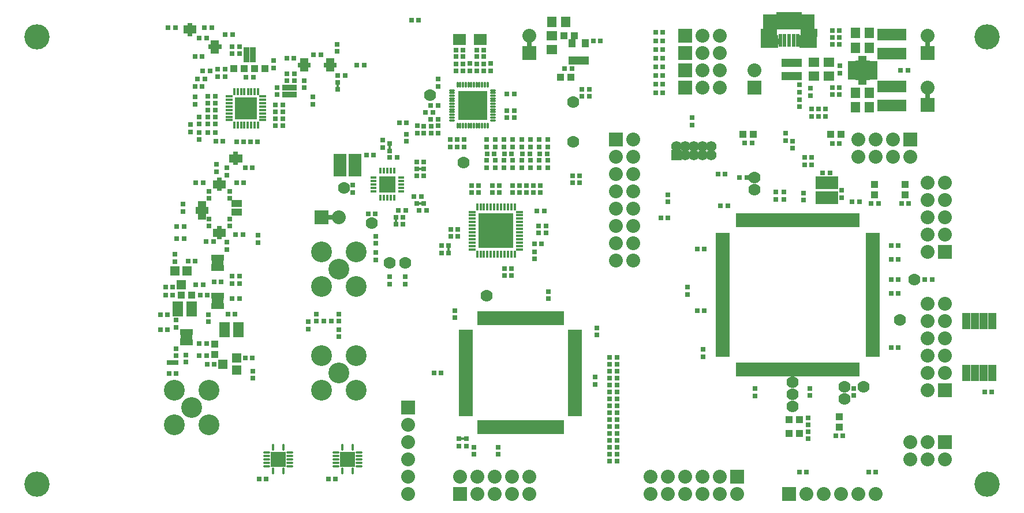
<source format=gts>
G04 (created by PCBNEW-RS274X (2012-01-19 BZR 3256)-stable) date 10/11/2012 09:17:13*
G01*
G70*
G90*
%MOIN*%
G04 Gerber Fmt 3.4, Leading zero omitted, Abs format*
%FSLAX34Y34*%
G04 APERTURE LIST*
%ADD10C,0.006000*%
%ADD11C,0.070000*%
%ADD12R,0.056000X0.056000*%
%ADD13R,0.040000X0.050000*%
%ADD14R,0.067200X0.075100*%
%ADD15R,0.075100X0.067200*%
%ADD16R,0.031600X0.079100*%
%ADD17R,0.079100X0.031600*%
%ADD18R,0.023700X0.076900*%
%ADD19R,0.076100X0.101400*%
%ADD20R,0.104300X0.077100*%
%ADD21R,0.091900X0.045000*%
%ADD22R,0.083000X0.131600*%
%ADD23C,0.083000*%
%ADD24C,0.077100*%
%ADD25R,0.045000X0.095000*%
%ADD26R,0.027900X0.037700*%
%ADD27R,0.071200X0.027900*%
%ADD28O,0.067200X0.027900*%
%ADD29R,0.067200X0.039700*%
%ADD30O,0.063300X0.027900*%
%ADD31R,0.025900X0.027900*%
%ADD32O,0.039100X0.016600*%
%ADD33O,0.016600X0.039100*%
%ADD34R,0.046000X0.046000*%
%ADD35O,0.013700X0.038300*%
%ADD36O,0.038300X0.013700*%
%ADD37R,0.170500X0.170500*%
%ADD38O,0.041000X0.016600*%
%ADD39R,0.131300X0.131300*%
%ADD40O,0.016600X0.041000*%
%ADD41O,0.037100X0.016600*%
%ADD42O,0.016600X0.037100*%
%ADD43R,0.096500X0.096500*%
%ADD44R,0.165700X0.067200*%
%ADD45R,0.035700X0.039700*%
%ADD46R,0.047600X0.039700*%
%ADD47R,0.039700X0.043600*%
%ADD48R,0.080000X0.080000*%
%ADD49C,0.080000*%
%ADD50R,0.041700X0.029800*%
%ADD51R,0.042000X0.042000*%
%ADD52R,0.030000X0.028000*%
%ADD53R,0.028000X0.030000*%
%ADD54C,0.120000*%
%ADD55R,0.038000X0.028000*%
%ADD56R,0.038000X0.018000*%
%ADD57R,0.018000X0.038000*%
%ADD58R,0.030000X0.080000*%
%ADD59R,0.080000X0.030000*%
%ADD60R,0.026000X0.036900*%
%ADD61R,0.044000X0.027900*%
%ADD62R,0.036900X0.026000*%
%ADD63R,0.027900X0.044000*%
%ADD64C,0.146000*%
%ADD65R,0.033000X0.036100*%
%ADD66R,0.036100X0.033000*%
%ADD67R,0.200900X0.200900*%
%ADD68R,0.062000X0.062000*%
%ADD69C,0.062000*%
%ADD70R,0.053300X0.064700*%
%ADD71R,0.064700X0.053300*%
%ADD72R,0.041700X0.051500*%
%ADD73R,0.059000X0.038000*%
%ADD74R,0.053500X0.031000*%
%ADD75R,0.052400X0.067200*%
%ADD76R,0.031000X0.047600*%
%ADD77C,0.043000*%
G04 APERTURE END LIST*
G54D10*
G54D11*
X69700Y-43750D03*
X69700Y-44450D03*
X45400Y-33850D03*
G54D12*
X37600Y-41650D03*
X37600Y-42350D03*
X36800Y-42000D03*
X34050Y-36600D03*
X34750Y-36600D03*
X34400Y-37400D03*
G54D13*
X56975Y-24450D03*
X57725Y-24450D03*
X56975Y-23450D03*
X57350Y-24450D03*
X57725Y-23450D03*
G54D14*
X72015Y-32383D03*
X71385Y-31517D03*
X72015Y-31517D03*
X71385Y-32383D03*
G54D15*
X43567Y-30815D03*
X44433Y-30185D03*
X44433Y-30815D03*
X43567Y-30185D03*
G54D16*
X56362Y-39350D03*
X56165Y-39350D03*
X55969Y-39350D03*
X55772Y-39350D03*
X55575Y-39350D03*
X55378Y-39350D03*
X55181Y-39350D03*
X54984Y-39350D03*
X54787Y-39350D03*
X54591Y-39350D03*
X54394Y-39350D03*
X54197Y-39350D03*
X54000Y-39350D03*
X53803Y-39350D03*
X53606Y-39350D03*
X53409Y-39350D03*
X53213Y-39350D03*
X53016Y-39350D03*
X52819Y-39350D03*
X52622Y-39350D03*
X52425Y-39350D03*
X52228Y-39350D03*
X52031Y-39350D03*
X51835Y-39350D03*
X51638Y-39350D03*
G54D17*
X50850Y-40138D03*
X50850Y-40335D03*
X50850Y-40531D03*
X50850Y-40728D03*
X50850Y-40925D03*
X50850Y-41122D03*
X50850Y-41319D03*
X50850Y-41516D03*
X50850Y-41713D03*
X50850Y-41909D03*
X50850Y-42106D03*
X50850Y-42303D03*
X50850Y-42500D03*
X50850Y-42697D03*
X50850Y-42894D03*
X50850Y-43091D03*
X50850Y-43287D03*
X50850Y-43484D03*
X50850Y-43681D03*
X50850Y-43878D03*
X50850Y-44075D03*
X50850Y-44272D03*
X50850Y-44469D03*
X50850Y-44665D03*
X50850Y-44862D03*
G54D16*
X51638Y-45650D03*
X51835Y-45650D03*
X52031Y-45650D03*
X52228Y-45650D03*
X52425Y-45650D03*
X52622Y-45650D03*
X52819Y-45650D03*
X53016Y-45650D03*
X53213Y-45650D03*
X53409Y-45650D03*
X53606Y-45650D03*
X53803Y-45650D03*
X54000Y-45650D03*
X54197Y-45650D03*
X54394Y-45650D03*
X54591Y-45650D03*
X54787Y-45650D03*
X54984Y-45650D03*
X55181Y-45650D03*
X55378Y-45650D03*
X55575Y-45650D03*
X55772Y-45650D03*
X55969Y-45650D03*
X56165Y-45650D03*
X56362Y-45650D03*
G54D17*
X57150Y-44862D03*
X57150Y-44665D03*
X57150Y-44469D03*
X57150Y-44272D03*
X57150Y-44075D03*
X57150Y-43878D03*
X57150Y-43681D03*
X57150Y-43484D03*
X57150Y-43287D03*
X57150Y-43091D03*
X57150Y-42894D03*
X57150Y-42697D03*
X57150Y-42500D03*
X57150Y-42303D03*
X57150Y-42106D03*
X57150Y-41909D03*
X57150Y-41713D03*
X57150Y-41516D03*
X57150Y-41319D03*
X57150Y-41122D03*
X57150Y-40925D03*
X57150Y-40728D03*
X57150Y-40531D03*
X57150Y-40335D03*
X57150Y-40138D03*
G54D18*
X70012Y-23281D03*
X69756Y-23281D03*
X69500Y-23281D03*
X69244Y-23281D03*
X68988Y-23281D03*
G54D19*
X69879Y-22156D03*
X69121Y-22156D03*
G54D20*
X70614Y-23340D03*
X68386Y-23340D03*
G54D21*
X70676Y-22827D03*
X68324Y-22827D03*
G54D22*
X70583Y-22394D03*
X68417Y-22394D03*
G54D23*
X70583Y-22169D03*
X68417Y-22169D03*
G54D24*
X70479Y-23339D03*
X68521Y-23339D03*
G54D25*
X81250Y-39500D03*
X80750Y-39500D03*
X80250Y-39500D03*
X79750Y-39500D03*
X79750Y-42500D03*
X80250Y-42500D03*
X80750Y-42500D03*
X81250Y-42500D03*
G54D26*
X36264Y-36455D03*
X36421Y-36455D03*
X36579Y-36455D03*
X36736Y-36455D03*
X36736Y-35845D03*
X36579Y-35845D03*
X36421Y-35845D03*
X36264Y-35845D03*
G54D27*
X36500Y-36150D03*
G54D28*
X36500Y-36052D03*
G54D29*
X36500Y-36150D03*
G54D30*
X36520Y-36248D03*
G54D10*
G36*
X36303Y-36429D02*
X36122Y-36248D01*
X36283Y-36087D01*
X36464Y-36268D01*
X36303Y-36429D01*
X36303Y-36429D01*
G37*
G54D31*
X36333Y-36248D03*
G54D26*
X34454Y-40745D03*
X34611Y-40745D03*
X34769Y-40745D03*
X34926Y-40745D03*
X34926Y-40135D03*
X34769Y-40135D03*
X34611Y-40135D03*
X34454Y-40135D03*
G54D27*
X34690Y-40440D03*
G54D28*
X34690Y-40342D03*
G54D29*
X34690Y-40440D03*
G54D30*
X34710Y-40538D03*
G54D10*
G36*
X34493Y-40719D02*
X34312Y-40538D01*
X34473Y-40377D01*
X34654Y-40558D01*
X34493Y-40719D01*
X34493Y-40719D01*
G37*
G54D31*
X34523Y-40538D03*
G54D26*
X36736Y-38045D03*
X36579Y-38045D03*
X36421Y-38045D03*
X36264Y-38045D03*
X36264Y-38655D03*
X36421Y-38655D03*
X36579Y-38655D03*
X36736Y-38655D03*
G54D27*
X36500Y-38350D03*
G54D28*
X36500Y-38448D03*
G54D29*
X36500Y-38350D03*
G54D30*
X36480Y-38252D03*
G54D10*
G36*
X36697Y-38071D02*
X36878Y-38252D01*
X36717Y-38413D01*
X36536Y-38232D01*
X36697Y-38071D01*
X36697Y-38071D01*
G37*
G54D31*
X36667Y-38252D03*
G54D32*
X44679Y-47894D03*
X44679Y-47697D03*
X44679Y-47500D03*
X44679Y-47303D03*
X44679Y-47106D03*
G54D33*
X43705Y-46821D03*
G54D32*
X43321Y-47106D03*
X43321Y-47303D03*
X43321Y-47500D03*
X43321Y-47697D03*
X43321Y-47894D03*
G54D34*
X44202Y-47702D03*
X43798Y-47702D03*
X44202Y-47298D03*
X43798Y-47298D03*
G54D33*
X44295Y-46821D03*
X43705Y-48179D03*
X44295Y-48179D03*
G54D32*
X40679Y-47894D03*
X40679Y-47697D03*
X40679Y-47500D03*
X40679Y-47303D03*
X40679Y-47106D03*
G54D33*
X39705Y-46821D03*
G54D32*
X39321Y-47106D03*
X39321Y-47303D03*
X39321Y-47500D03*
X39321Y-47697D03*
X39321Y-47894D03*
G54D34*
X40202Y-47702D03*
X39798Y-47702D03*
X40202Y-47298D03*
X39798Y-47298D03*
G54D33*
X40295Y-46821D03*
X39705Y-48179D03*
X40295Y-48179D03*
G54D35*
X52091Y-25844D03*
X51934Y-25844D03*
X51776Y-25844D03*
X51619Y-25844D03*
X51461Y-25844D03*
X51304Y-25844D03*
X51146Y-25844D03*
X50989Y-25844D03*
X50831Y-25844D03*
X50674Y-25844D03*
X50516Y-25844D03*
X50359Y-25844D03*
G54D36*
X50044Y-26159D03*
X50044Y-26316D03*
X50044Y-26474D03*
X50044Y-26631D03*
X50044Y-26789D03*
X50044Y-26946D03*
X50044Y-27104D03*
X50044Y-27261D03*
X50044Y-27419D03*
X50044Y-27576D03*
X50044Y-27734D03*
X50044Y-27891D03*
G54D35*
X50359Y-28206D03*
X50516Y-28206D03*
X50674Y-28206D03*
X50831Y-28206D03*
X50989Y-28206D03*
X51146Y-28206D03*
X51304Y-28206D03*
X51461Y-28206D03*
X51619Y-28206D03*
X51776Y-28206D03*
X51934Y-28206D03*
X52091Y-28206D03*
G54D36*
X52406Y-27891D03*
X52406Y-27734D03*
X52406Y-27576D03*
X52406Y-27419D03*
X52406Y-27261D03*
X52406Y-27104D03*
X52406Y-26946D03*
X52406Y-26789D03*
X52406Y-26631D03*
X52406Y-26474D03*
X52406Y-26316D03*
X52406Y-26159D03*
G54D37*
X51225Y-27025D03*
G54D38*
X37185Y-26511D03*
X37185Y-26708D03*
X37185Y-26905D03*
X37185Y-27102D03*
X37185Y-27298D03*
X37185Y-27495D03*
X37185Y-27692D03*
X37185Y-27889D03*
G54D39*
X38150Y-27200D03*
G54D40*
X37461Y-28165D03*
X37658Y-28165D03*
X37855Y-28165D03*
X38052Y-28165D03*
X38248Y-28165D03*
X38445Y-28165D03*
X38642Y-28165D03*
X38839Y-28165D03*
G54D38*
X39115Y-27889D03*
X39115Y-27692D03*
X39115Y-27495D03*
X39115Y-27298D03*
X39115Y-27102D03*
X39115Y-26905D03*
X39115Y-26708D03*
X39115Y-26511D03*
G54D40*
X38839Y-26235D03*
X38642Y-26235D03*
X38445Y-26235D03*
X38268Y-26235D03*
X38052Y-26235D03*
X37855Y-26235D03*
X37678Y-26235D03*
X37461Y-26235D03*
G54D41*
X45513Y-31206D03*
X45513Y-31403D03*
X45513Y-31600D03*
X45513Y-31797D03*
X45513Y-31994D03*
G54D42*
X45906Y-32387D03*
X46103Y-32387D03*
X46300Y-32387D03*
X46497Y-32387D03*
X46694Y-32387D03*
G54D41*
X47087Y-31994D03*
X47087Y-31797D03*
X47087Y-31600D03*
X47087Y-31403D03*
X47087Y-31206D03*
G54D42*
X46694Y-30813D03*
X46497Y-30813D03*
X46300Y-30813D03*
X46103Y-30813D03*
X45906Y-30813D03*
G54D43*
X46300Y-31600D03*
G54D44*
X75450Y-27051D03*
X75450Y-25949D03*
X75450Y-24051D03*
X75450Y-22949D03*
G54D16*
X73445Y-33659D03*
X73248Y-33659D03*
X73051Y-33659D03*
X72854Y-33659D03*
X72657Y-33659D03*
X72461Y-33659D03*
X72264Y-33659D03*
X72067Y-33659D03*
X71870Y-33659D03*
X71673Y-33659D03*
X71476Y-33659D03*
X71280Y-33659D03*
X71083Y-33659D03*
X70886Y-33659D03*
X70689Y-33659D03*
X70492Y-33659D03*
X70295Y-33659D03*
X70098Y-33659D03*
X69902Y-33659D03*
X69705Y-33659D03*
X69508Y-33659D03*
X69311Y-33659D03*
X69114Y-33659D03*
X68917Y-33659D03*
X68720Y-33659D03*
X68524Y-33659D03*
X68327Y-33659D03*
X68130Y-33659D03*
X67933Y-33659D03*
X67736Y-33659D03*
X67539Y-33659D03*
X67343Y-33659D03*
X67146Y-33659D03*
X66949Y-33659D03*
X66752Y-33659D03*
X66555Y-33659D03*
G54D17*
X65669Y-34545D03*
X65669Y-34742D03*
X65669Y-34939D03*
X65669Y-35136D03*
X65669Y-35333D03*
X65669Y-35529D03*
X65669Y-35726D03*
X65669Y-35923D03*
X65669Y-36120D03*
X65669Y-36317D03*
X65669Y-36514D03*
X65669Y-36710D03*
X65669Y-36907D03*
X65669Y-37104D03*
X65669Y-37301D03*
X65669Y-37498D03*
X65669Y-37695D03*
X65669Y-37892D03*
X65669Y-38088D03*
X65669Y-38285D03*
X65669Y-38482D03*
X65669Y-38679D03*
X65669Y-38876D03*
X65669Y-39073D03*
X65669Y-39270D03*
X65669Y-39466D03*
X65669Y-39663D03*
X65669Y-39860D03*
X65669Y-40057D03*
X65669Y-40254D03*
X65669Y-40451D03*
X65669Y-40647D03*
X65669Y-40844D03*
X65669Y-41041D03*
X65669Y-41238D03*
X65669Y-41435D03*
G54D16*
X66555Y-42321D03*
X66752Y-42321D03*
X66949Y-42321D03*
X67146Y-42321D03*
X67343Y-42321D03*
X67539Y-42321D03*
X67736Y-42321D03*
X67933Y-42321D03*
X68130Y-42321D03*
X68327Y-42321D03*
X68524Y-42321D03*
X68720Y-42321D03*
X68917Y-42321D03*
X69114Y-42321D03*
X69311Y-42321D03*
X69508Y-42321D03*
X69705Y-42321D03*
X69902Y-42321D03*
X70098Y-42321D03*
X70295Y-42321D03*
X70492Y-42321D03*
X70689Y-42321D03*
X70886Y-42321D03*
X71083Y-42321D03*
X71280Y-42321D03*
X71476Y-42321D03*
X71673Y-42321D03*
X71870Y-42321D03*
X72067Y-42321D03*
X72264Y-42321D03*
X72461Y-42321D03*
X72657Y-42321D03*
X72854Y-42321D03*
X73051Y-42321D03*
X73248Y-42321D03*
X73445Y-42321D03*
G54D17*
X74331Y-41435D03*
X74331Y-41238D03*
X74331Y-41041D03*
X74331Y-40844D03*
X74331Y-40647D03*
X74331Y-40451D03*
X74331Y-40254D03*
X74331Y-40057D03*
X74331Y-39860D03*
X74331Y-39663D03*
X74331Y-39466D03*
X74331Y-39270D03*
X74331Y-39073D03*
X74331Y-38876D03*
X74331Y-38679D03*
X74331Y-38482D03*
X74331Y-38285D03*
X74331Y-38088D03*
X74331Y-37892D03*
X74331Y-37695D03*
X74331Y-37498D03*
X74331Y-37301D03*
X74331Y-37104D03*
X74331Y-36907D03*
X74331Y-36710D03*
X74331Y-36514D03*
X74331Y-36317D03*
X74331Y-36120D03*
X74331Y-35923D03*
X74331Y-35726D03*
X74331Y-35529D03*
X74331Y-35333D03*
X74331Y-35136D03*
X74331Y-34939D03*
X74331Y-34742D03*
X74331Y-34545D03*
G54D45*
X37738Y-33196D03*
X37738Y-32704D03*
X37462Y-32704D03*
X37462Y-33196D03*
G54D46*
X35600Y-32765D03*
X35600Y-33435D03*
G54D47*
X35777Y-33100D03*
X35423Y-33100D03*
G54D48*
X59500Y-29000D03*
G54D49*
X60500Y-29000D03*
X59500Y-30000D03*
X60500Y-30000D03*
X59500Y-31000D03*
X60500Y-31000D03*
X59500Y-32000D03*
X60500Y-32000D03*
X59500Y-33000D03*
X60500Y-33000D03*
X59500Y-34000D03*
X60500Y-34000D03*
X59500Y-35000D03*
X60500Y-35000D03*
X59500Y-36000D03*
X60500Y-36000D03*
G54D48*
X66500Y-48500D03*
G54D49*
X66500Y-49500D03*
X65500Y-48500D03*
X65500Y-49500D03*
X64500Y-48500D03*
X64500Y-49500D03*
X63500Y-48500D03*
X63500Y-49500D03*
X62500Y-48500D03*
X62500Y-49500D03*
X61500Y-48500D03*
X61500Y-49500D03*
G54D48*
X78500Y-43500D03*
G54D49*
X77500Y-43500D03*
X78500Y-42500D03*
X77500Y-42500D03*
X78500Y-41500D03*
X77500Y-41500D03*
X78500Y-40500D03*
X77500Y-40500D03*
X78500Y-39500D03*
X77500Y-39500D03*
X78500Y-38500D03*
X77500Y-38500D03*
G54D48*
X78500Y-35500D03*
G54D49*
X77500Y-35500D03*
X78500Y-34500D03*
X77500Y-34500D03*
X78500Y-33500D03*
X77500Y-33500D03*
X78500Y-32500D03*
X77500Y-32500D03*
X78500Y-31500D03*
X77500Y-31500D03*
G54D48*
X50500Y-49500D03*
G54D49*
X50500Y-48500D03*
X51500Y-49500D03*
X51500Y-48500D03*
X52500Y-49500D03*
X52500Y-48500D03*
X53500Y-49500D03*
X53500Y-48500D03*
X54500Y-49500D03*
X54500Y-48500D03*
G54D48*
X76500Y-29000D03*
G54D49*
X76500Y-30000D03*
X75500Y-29000D03*
X75500Y-30000D03*
X74500Y-29000D03*
X74500Y-30000D03*
X73500Y-29000D03*
X73500Y-30000D03*
G54D48*
X78510Y-46500D03*
G54D49*
X78510Y-47500D03*
X77510Y-46500D03*
X77510Y-47500D03*
X76510Y-46500D03*
X76510Y-47500D03*
G54D48*
X69500Y-49500D03*
G54D49*
X70500Y-49500D03*
X71500Y-49500D03*
X72500Y-49500D03*
X73500Y-49500D03*
X74500Y-49500D03*
G54D48*
X47500Y-44500D03*
G54D49*
X47500Y-45500D03*
X47500Y-46500D03*
X47500Y-47500D03*
X47500Y-48500D03*
X47500Y-49500D03*
G54D48*
X63500Y-24000D03*
G54D49*
X64500Y-24000D03*
X65500Y-24000D03*
G54D48*
X63500Y-23000D03*
G54D49*
X64500Y-23000D03*
X65500Y-23000D03*
G54D48*
X63500Y-25000D03*
G54D49*
X64500Y-25000D03*
X65500Y-25000D03*
G54D48*
X63500Y-26000D03*
G54D49*
X64500Y-26000D03*
X65500Y-26000D03*
G54D48*
X67500Y-26000D03*
G54D49*
X67500Y-25000D03*
G54D50*
X51508Y-23028D03*
X51508Y-23225D03*
X51508Y-23422D03*
X51842Y-23422D03*
X51842Y-23225D03*
X51842Y-23028D03*
X50308Y-23028D03*
X50308Y-23225D03*
X50308Y-23422D03*
X50642Y-23422D03*
X50642Y-23225D03*
X50642Y-23028D03*
G54D51*
X72500Y-28700D03*
X71900Y-28700D03*
X67450Y-28700D03*
X66850Y-28700D03*
X72400Y-45050D03*
X72400Y-45650D03*
X70100Y-46000D03*
X69500Y-46000D03*
X70100Y-45200D03*
X69500Y-45200D03*
X74450Y-31600D03*
X74450Y-32200D03*
X76200Y-31600D03*
X76200Y-32200D03*
X37450Y-24900D03*
X38050Y-24900D03*
X35000Y-38000D03*
X34400Y-38000D03*
X57100Y-23000D03*
X56500Y-23000D03*
X39250Y-24900D03*
X38650Y-24900D03*
X56900Y-25400D03*
X56300Y-25400D03*
X36350Y-40850D03*
X36350Y-41450D03*
G54D52*
X62500Y-32190D03*
X62500Y-32610D03*
G54D53*
X72410Y-23500D03*
X71990Y-23500D03*
X72410Y-23100D03*
X71990Y-23100D03*
X77340Y-37100D03*
X77760Y-37100D03*
X74510Y-48250D03*
X74090Y-48250D03*
G54D52*
X71190Y-27240D03*
X71190Y-27660D03*
X71590Y-27660D03*
X71590Y-27240D03*
X70750Y-26460D03*
X70750Y-26040D03*
X70790Y-27660D03*
X70790Y-27240D03*
G54D53*
X75940Y-25000D03*
X76360Y-25000D03*
X35340Y-25500D03*
X35760Y-25500D03*
X72410Y-26000D03*
X71990Y-26000D03*
G54D52*
X54075Y-30215D03*
X54075Y-30635D03*
G54D53*
X37760Y-23650D03*
X37340Y-23650D03*
X35640Y-25050D03*
X36060Y-25050D03*
X40490Y-24300D03*
X40910Y-24300D03*
G54D52*
X38850Y-34960D03*
X38850Y-34540D03*
G54D53*
X36360Y-28600D03*
X35940Y-28600D03*
G54D52*
X34950Y-28560D03*
X34950Y-28140D03*
G54D53*
X35940Y-27700D03*
X36360Y-27700D03*
X36360Y-26500D03*
X35940Y-26500D03*
X62090Y-33550D03*
X62510Y-33550D03*
G54D52*
X63650Y-37960D03*
X63650Y-37540D03*
X55575Y-30215D03*
X55575Y-30635D03*
X55075Y-30215D03*
X55075Y-30635D03*
X54575Y-30215D03*
X54575Y-30635D03*
G54D53*
X57410Y-31500D03*
X56990Y-31500D03*
X57540Y-26500D03*
X57960Y-26500D03*
X34790Y-36050D03*
X35210Y-36050D03*
G54D52*
X54075Y-29015D03*
X54075Y-29435D03*
X54575Y-29015D03*
X54575Y-29435D03*
X55075Y-29015D03*
X55075Y-29435D03*
X55575Y-29015D03*
X55575Y-29435D03*
G54D53*
X57410Y-31100D03*
X56990Y-31100D03*
X57540Y-26100D03*
X57960Y-26100D03*
G54D52*
X53525Y-29015D03*
X53525Y-29435D03*
X53025Y-29015D03*
X53025Y-29435D03*
X52525Y-29015D03*
X52525Y-29435D03*
X52025Y-29015D03*
X52025Y-29435D03*
X38550Y-42810D03*
X38550Y-42390D03*
G54D53*
X48415Y-28225D03*
X48835Y-28225D03*
X48415Y-28625D03*
X48835Y-28625D03*
G54D52*
X47350Y-36940D03*
X47350Y-37360D03*
X46450Y-36940D03*
X46450Y-37360D03*
X36000Y-31990D03*
X36000Y-32410D03*
G54D53*
X37540Y-34500D03*
X37960Y-34500D03*
G54D52*
X37050Y-30640D03*
X37050Y-31060D03*
G54D53*
X42040Y-24100D03*
X42460Y-24100D03*
G54D52*
X41500Y-25590D03*
X41500Y-26010D03*
G54D53*
X35190Y-24200D03*
X35610Y-24200D03*
G54D52*
X36450Y-30440D03*
X36450Y-30860D03*
X40500Y-25190D03*
X40500Y-25610D03*
X36000Y-34010D03*
X36000Y-33590D03*
X37200Y-33590D03*
X37200Y-34010D03*
X40950Y-25190D03*
X40950Y-25610D03*
G54D53*
X35840Y-34900D03*
X36260Y-34900D03*
X35240Y-31500D03*
X35660Y-31500D03*
G54D52*
X37050Y-34940D03*
X37050Y-35360D03*
G54D53*
X45610Y-33300D03*
X45190Y-33300D03*
G54D52*
X44300Y-31640D03*
X44300Y-32060D03*
G54D53*
X59140Y-47600D03*
X59560Y-47600D03*
X59140Y-47200D03*
X59560Y-47200D03*
X38090Y-30650D03*
X38510Y-30650D03*
X40260Y-28200D03*
X39840Y-28200D03*
X40260Y-27000D03*
X39840Y-27000D03*
X40260Y-27400D03*
X39840Y-27400D03*
X35940Y-27300D03*
X36360Y-27300D03*
X35940Y-26900D03*
X36360Y-26900D03*
X43440Y-25300D03*
X43860Y-25300D03*
X44540Y-24700D03*
X44960Y-24700D03*
G54D52*
X42000Y-26960D03*
X42000Y-26540D03*
G54D53*
X59140Y-46800D03*
X59560Y-46800D03*
X37590Y-31500D03*
X38010Y-31500D03*
X36810Y-29100D03*
X36390Y-29100D03*
G54D52*
X35450Y-29010D03*
X35450Y-28590D03*
G54D53*
X35940Y-28100D03*
X36360Y-28100D03*
G54D52*
X35450Y-27690D03*
X35450Y-28110D03*
X43400Y-23490D03*
X43400Y-23910D03*
X37200Y-31990D03*
X37200Y-32410D03*
G54D53*
X62210Y-22800D03*
X61790Y-22800D03*
X67360Y-29200D03*
X66940Y-29200D03*
X72190Y-46150D03*
X72610Y-46150D03*
X75990Y-32700D03*
X76410Y-32700D03*
X74240Y-32700D03*
X74660Y-32700D03*
G54D52*
X70600Y-45090D03*
X70600Y-45510D03*
X70600Y-45890D03*
X70600Y-46310D03*
X69200Y-32040D03*
X69200Y-32460D03*
G54D53*
X61790Y-24300D03*
X62210Y-24300D03*
X72410Y-29250D03*
X71990Y-29250D03*
G54D52*
X63900Y-28160D03*
X63900Y-27740D03*
X70100Y-27110D03*
X70100Y-26690D03*
G54D53*
X66640Y-31200D03*
X67060Y-31200D03*
X65390Y-31000D03*
X65810Y-31000D03*
G54D52*
X70100Y-26260D03*
X70100Y-25840D03*
G54D53*
X70510Y-48250D03*
X70090Y-48250D03*
G54D52*
X69700Y-29090D03*
X69700Y-29510D03*
X69300Y-28640D03*
X69300Y-29060D03*
G54D53*
X59140Y-43600D03*
X59560Y-43600D03*
X59140Y-46400D03*
X59560Y-46400D03*
X59140Y-46000D03*
X59560Y-46000D03*
X61790Y-26300D03*
X62210Y-26300D03*
X59140Y-45600D03*
X59560Y-45600D03*
X59140Y-45200D03*
X59560Y-45200D03*
X59140Y-44800D03*
X59560Y-44800D03*
X59140Y-44400D03*
X59560Y-44400D03*
X59140Y-44000D03*
X59560Y-44000D03*
X72410Y-26400D03*
X71990Y-26400D03*
X61790Y-24800D03*
X62210Y-24800D03*
X59140Y-43200D03*
X59560Y-43200D03*
X59140Y-42800D03*
X59560Y-42800D03*
X59140Y-42400D03*
X59560Y-42400D03*
X59140Y-42000D03*
X59560Y-42000D03*
X59140Y-41600D03*
X59560Y-41600D03*
X46860Y-30050D03*
X46440Y-30050D03*
X52065Y-29825D03*
X52485Y-29825D03*
G54D52*
X50675Y-24215D03*
X50675Y-24635D03*
X49925Y-29435D03*
X49925Y-29015D03*
X52025Y-30635D03*
X52025Y-30215D03*
X52525Y-30635D03*
X52525Y-30215D03*
X53025Y-30635D03*
X53025Y-30215D03*
X53525Y-30635D03*
X53525Y-30215D03*
X50275Y-24215D03*
X50275Y-24635D03*
X49225Y-28215D03*
X49225Y-28635D03*
G54D53*
X45090Y-29900D03*
X45510Y-29900D03*
G54D52*
X48025Y-28215D03*
X48025Y-28635D03*
X47400Y-28690D03*
X47400Y-29110D03*
G54D53*
X46990Y-28050D03*
X47410Y-28050D03*
X48260Y-32300D03*
X47840Y-32300D03*
X47360Y-33100D03*
X46940Y-33100D03*
G54D52*
X51475Y-24215D03*
X51475Y-24635D03*
G54D53*
X48410Y-31100D03*
X47990Y-31100D03*
X49965Y-34200D03*
X50385Y-34200D03*
X49965Y-34600D03*
X50385Y-34600D03*
X72410Y-22700D03*
X71990Y-22700D03*
X65540Y-32850D03*
X65960Y-32850D03*
X64190Y-35350D03*
X64610Y-35350D03*
X64190Y-38900D03*
X64610Y-38900D03*
G54D52*
X64550Y-41140D03*
X64550Y-41560D03*
X67540Y-43830D03*
X67540Y-43410D03*
X70700Y-43810D03*
X70700Y-43390D03*
X73250Y-43810D03*
X73250Y-43390D03*
G54D53*
X75810Y-41050D03*
X75390Y-41050D03*
X75810Y-37900D03*
X75390Y-37900D03*
X75810Y-37100D03*
X75390Y-37100D03*
X75810Y-35950D03*
X75390Y-35950D03*
G54D52*
X49225Y-25515D03*
X49225Y-25935D03*
X53525Y-31665D03*
X53525Y-32085D03*
X53925Y-31665D03*
X53925Y-32085D03*
X52375Y-31665D03*
X52375Y-32085D03*
X52775Y-31665D03*
X52775Y-32085D03*
X51575Y-31665D03*
X51575Y-32085D03*
X51175Y-31665D03*
X51175Y-32085D03*
X53075Y-36885D03*
X53075Y-36465D03*
X53475Y-36885D03*
X53475Y-36465D03*
G54D53*
X55210Y-35050D03*
X54790Y-35050D03*
G54D52*
X54800Y-35910D03*
X54800Y-35490D03*
G54D53*
X55460Y-34000D03*
X55040Y-34000D03*
X55460Y-34400D03*
X55040Y-34400D03*
X55360Y-33150D03*
X54940Y-33150D03*
G54D52*
X52275Y-24615D03*
X52275Y-25035D03*
X51075Y-24615D03*
X51075Y-25035D03*
G54D53*
X75810Y-35150D03*
X75390Y-35150D03*
X48815Y-27025D03*
X49235Y-27025D03*
X48515Y-27425D03*
X48935Y-27425D03*
X48815Y-27825D03*
X49235Y-27825D03*
G54D52*
X50725Y-29435D03*
X50725Y-29015D03*
X50325Y-29435D03*
X50325Y-29015D03*
G54D53*
X53635Y-27725D03*
X53215Y-27725D03*
X53635Y-27325D03*
X53215Y-27325D03*
X53635Y-26375D03*
X53215Y-26375D03*
X55115Y-29825D03*
X55535Y-29825D03*
X54115Y-29825D03*
X54535Y-29825D03*
G54D52*
X55125Y-31665D03*
X55125Y-32085D03*
X54725Y-31665D03*
X54725Y-32085D03*
X51875Y-24215D03*
X51875Y-24635D03*
X54325Y-31665D03*
X54325Y-32085D03*
G54D53*
X53065Y-29825D03*
X53485Y-29825D03*
X33490Y-38000D03*
X33910Y-38000D03*
X38400Y-29130D03*
X38820Y-29130D03*
X33610Y-39150D03*
X33190Y-39150D03*
X33610Y-40000D03*
X33190Y-40000D03*
G54D52*
X34100Y-41510D03*
X34100Y-41090D03*
X34680Y-41880D03*
X34680Y-41460D03*
G54D53*
X35860Y-40800D03*
X35440Y-40800D03*
G54D52*
X35970Y-39130D03*
X35970Y-39550D03*
G54D53*
X35660Y-37400D03*
X35240Y-37400D03*
X37510Y-39100D03*
X37090Y-39100D03*
G54D52*
X34100Y-39440D03*
X34100Y-39860D03*
G54D53*
X37760Y-37350D03*
X37340Y-37350D03*
X33640Y-22550D03*
X34060Y-22550D03*
X37760Y-38200D03*
X37340Y-38200D03*
X37360Y-22950D03*
X36940Y-22950D03*
G54D52*
X34050Y-35640D03*
X34050Y-36060D03*
G54D53*
X38890Y-48650D03*
X39310Y-48650D03*
X35860Y-23150D03*
X35440Y-23150D03*
X35910Y-38000D03*
X35490Y-38000D03*
X37760Y-24050D03*
X37340Y-24050D03*
X48110Y-22100D03*
X47690Y-22100D03*
X35740Y-22550D03*
X36160Y-22550D03*
X37600Y-29130D03*
X38020Y-29130D03*
G54D52*
X36500Y-24940D03*
X36500Y-25360D03*
G54D53*
X36290Y-37250D03*
X36710Y-37250D03*
G54D52*
X34500Y-32740D03*
X34500Y-33160D03*
X36950Y-25360D03*
X36950Y-24940D03*
X39750Y-24440D03*
X39750Y-24860D03*
G54D53*
X34560Y-34750D03*
X34140Y-34750D03*
X37340Y-36900D03*
X37760Y-36900D03*
X34560Y-34050D03*
X34140Y-34050D03*
G54D52*
X35200Y-26960D03*
X35200Y-26540D03*
G54D53*
X71860Y-30950D03*
X71440Y-30950D03*
X73560Y-32600D03*
X73140Y-32600D03*
G54D52*
X68750Y-32040D03*
X68750Y-32460D03*
X70350Y-32090D03*
X70350Y-32510D03*
G54D53*
X80790Y-43600D03*
X81210Y-43600D03*
G54D52*
X72450Y-24740D03*
X72450Y-25160D03*
X58300Y-43160D03*
X58300Y-42740D03*
X58400Y-39890D03*
X58400Y-40310D03*
X55600Y-37790D03*
X55600Y-38210D03*
X50200Y-38890D03*
X50200Y-39310D03*
X52700Y-47210D03*
X52700Y-46790D03*
G54D53*
X48990Y-42500D03*
X49410Y-42500D03*
G54D52*
X51300Y-47210D03*
X51300Y-46790D03*
X70400Y-30460D03*
X70400Y-30040D03*
X70800Y-30040D03*
X70800Y-30460D03*
X72550Y-31940D03*
X72550Y-32360D03*
G54D53*
X35190Y-25950D03*
X35610Y-25950D03*
X56960Y-24900D03*
X56540Y-24900D03*
X35440Y-41500D03*
X35860Y-41500D03*
X38510Y-41650D03*
X38090Y-41650D03*
X36310Y-42000D03*
X35890Y-42000D03*
X33910Y-37550D03*
X33490Y-37550D03*
X34110Y-42550D03*
X33690Y-42550D03*
X42890Y-48650D03*
X43310Y-48650D03*
X40260Y-27800D03*
X39840Y-27800D03*
G54D52*
X39950Y-25990D03*
X39950Y-26410D03*
G54D53*
X38560Y-25400D03*
X38140Y-25400D03*
X51465Y-23825D03*
X51885Y-23825D03*
X51465Y-25025D03*
X51885Y-25025D03*
X50265Y-23825D03*
X50685Y-23825D03*
X50265Y-25025D03*
X50685Y-25025D03*
G54D54*
X43500Y-36500D03*
X42500Y-37500D03*
X44500Y-37500D03*
X44500Y-35500D03*
X42500Y-35500D03*
X35000Y-44500D03*
X36000Y-43500D03*
X34000Y-43500D03*
X34000Y-45500D03*
X36000Y-45500D03*
X43500Y-42500D03*
X42500Y-43500D03*
X44500Y-43500D03*
X44500Y-41500D03*
X42500Y-41500D03*
G54D53*
X34110Y-41900D03*
X33690Y-41900D03*
G54D55*
X33900Y-41900D03*
G54D53*
X48140Y-33100D03*
X48560Y-33100D03*
X47990Y-32700D03*
X48410Y-32700D03*
G54D56*
X48200Y-32700D03*
G54D52*
X47200Y-33490D03*
X47200Y-33910D03*
X46800Y-33490D03*
X46800Y-33910D03*
G54D57*
X46800Y-33700D03*
G54D52*
X46050Y-29460D03*
X46050Y-29040D03*
X46450Y-29660D03*
X46450Y-29240D03*
G54D57*
X46450Y-29450D03*
G54D53*
X47990Y-30300D03*
X48410Y-30300D03*
X47990Y-30700D03*
X48410Y-30700D03*
G54D56*
X48200Y-30700D03*
G54D52*
X49450Y-35140D03*
X49450Y-35560D03*
X49850Y-35140D03*
X49850Y-35560D03*
G54D57*
X49850Y-35350D03*
G54D53*
X50860Y-46300D03*
X50440Y-46300D03*
G54D56*
X50650Y-46300D03*
G54D53*
X50440Y-46750D03*
X50860Y-46750D03*
G54D52*
X43450Y-25690D03*
X43450Y-26110D03*
G54D57*
X43450Y-25900D03*
G54D53*
X58610Y-23300D03*
X58190Y-23300D03*
X61790Y-25300D03*
X62210Y-25300D03*
X61790Y-23300D03*
X62210Y-23300D03*
X61790Y-23800D03*
X62210Y-23800D03*
X61790Y-25800D03*
X62210Y-25800D03*
G54D52*
X43500Y-39990D03*
X43500Y-40410D03*
G54D53*
X42640Y-39500D03*
X43060Y-39500D03*
G54D52*
X45650Y-35960D03*
X45650Y-35540D03*
X42200Y-39510D03*
X42200Y-39090D03*
X43500Y-39090D03*
X43500Y-39510D03*
X41750Y-39960D03*
X41750Y-39540D03*
X45650Y-34590D03*
X45650Y-35010D03*
G54D48*
X54500Y-24000D03*
G54D49*
X54500Y-23000D03*
G54D58*
X54500Y-23500D03*
G54D48*
X77500Y-24000D03*
G54D49*
X77500Y-23000D03*
G54D58*
X77500Y-23500D03*
G54D48*
X77500Y-27000D03*
G54D49*
X77500Y-26000D03*
G54D58*
X77500Y-26500D03*
G54D48*
X42500Y-33500D03*
G54D49*
X43500Y-33500D03*
G54D59*
X43000Y-33500D03*
G54D60*
X43098Y-24489D03*
G54D61*
X42823Y-24700D03*
G54D60*
X42902Y-24911D03*
X43098Y-24911D03*
G54D61*
X43177Y-24700D03*
G54D60*
X42902Y-24489D03*
X41402Y-24911D03*
G54D61*
X41677Y-24700D03*
G54D60*
X41598Y-24489D03*
X41402Y-24489D03*
G54D61*
X41323Y-24700D03*
G54D60*
X41598Y-24911D03*
X36448Y-23439D03*
G54D61*
X36173Y-23650D03*
G54D60*
X36252Y-23861D03*
X36448Y-23861D03*
G54D61*
X36527Y-23650D03*
G54D60*
X36252Y-23439D03*
G54D62*
X34689Y-22552D03*
G54D63*
X34900Y-22827D03*
G54D62*
X35111Y-22748D03*
X35111Y-22552D03*
G54D63*
X34900Y-22473D03*
G54D62*
X34689Y-22748D03*
X37761Y-30198D03*
G54D63*
X37550Y-29923D03*
G54D62*
X37339Y-30002D03*
X37339Y-30198D03*
G54D63*
X37550Y-30277D03*
G54D62*
X37761Y-30002D03*
X36389Y-31502D03*
G54D63*
X36600Y-31777D03*
G54D62*
X36811Y-31698D03*
X36811Y-31502D03*
G54D63*
X36600Y-31423D03*
G54D62*
X36389Y-31698D03*
X36811Y-34498D03*
G54D63*
X36600Y-34223D03*
G54D62*
X36389Y-34302D03*
X36389Y-34498D03*
G54D63*
X36600Y-34577D03*
G54D62*
X36811Y-34302D03*
G54D64*
X26075Y-23075D03*
X80925Y-23075D03*
X80925Y-48925D03*
X26075Y-48925D03*
G54D65*
X38155Y-23840D03*
X38155Y-24100D03*
X38155Y-24360D03*
X38545Y-24360D03*
X38545Y-24100D03*
X38545Y-23840D03*
G54D66*
X40910Y-26005D03*
X40650Y-26005D03*
X40390Y-26005D03*
X40390Y-26395D03*
X40650Y-26395D03*
X40910Y-26395D03*
G54D11*
X50700Y-30350D03*
X48775Y-26425D03*
X43800Y-31800D03*
X46450Y-36150D03*
X47350Y-36150D03*
X69700Y-43050D03*
X72700Y-44000D03*
X72700Y-43300D03*
X73800Y-43300D03*
X75900Y-39450D03*
X76750Y-37100D03*
G54D40*
X53658Y-32917D03*
X53461Y-32917D03*
X53264Y-32917D03*
X53067Y-32917D03*
X52870Y-32917D03*
X52673Y-32917D03*
X52477Y-32917D03*
X52280Y-32917D03*
X52083Y-32917D03*
X51886Y-32917D03*
X51689Y-32917D03*
X51492Y-32917D03*
G54D38*
X51217Y-33192D03*
X51217Y-33389D03*
X51217Y-33586D03*
X51217Y-33783D03*
X51217Y-33980D03*
X51217Y-34177D03*
X51217Y-34373D03*
X51217Y-34570D03*
X51217Y-34767D03*
X51217Y-34964D03*
X51217Y-35161D03*
X51217Y-35358D03*
G54D40*
X51492Y-35633D03*
X51689Y-35633D03*
X51886Y-35633D03*
X52083Y-35633D03*
X52280Y-35633D03*
X52477Y-35633D03*
X52673Y-35633D03*
X52870Y-35633D03*
X53067Y-35633D03*
X53264Y-35633D03*
X53461Y-35633D03*
X53658Y-35633D03*
G54D38*
X53933Y-35358D03*
X53933Y-35161D03*
X53933Y-34964D03*
X53933Y-34767D03*
X53933Y-34570D03*
X53933Y-34373D03*
X53933Y-34177D03*
X53933Y-33980D03*
X53933Y-33783D03*
X53933Y-33586D03*
X53933Y-33389D03*
X53933Y-33192D03*
G54D67*
X52575Y-34275D03*
G54D68*
X63000Y-29900D03*
G54D69*
X63000Y-29400D03*
X63500Y-29900D03*
X63500Y-29400D03*
X64000Y-29900D03*
X64000Y-29400D03*
X64500Y-29900D03*
X64500Y-29400D03*
X65000Y-29900D03*
X65000Y-29400D03*
G54D70*
X74150Y-26300D03*
X73350Y-26300D03*
X74150Y-27150D03*
X73350Y-27150D03*
X73350Y-22850D03*
X74150Y-22850D03*
X73350Y-23700D03*
X74150Y-23700D03*
X55800Y-22200D03*
X56600Y-22200D03*
G54D71*
X55800Y-23800D03*
X55800Y-23000D03*
G54D11*
X57050Y-26850D03*
X57050Y-29150D03*
X67500Y-31200D03*
X67500Y-31900D03*
X52050Y-38050D03*
G54D71*
X71800Y-24550D03*
X71800Y-25350D03*
X70950Y-25350D03*
X70950Y-24550D03*
G54D72*
X70024Y-24566D03*
X69650Y-24566D03*
X69276Y-24566D03*
X69276Y-25334D03*
X69650Y-25334D03*
X70024Y-25334D03*
G54D73*
X37695Y-40260D03*
X37695Y-40000D03*
X37695Y-39740D03*
X36905Y-39740D03*
X36905Y-40000D03*
X36905Y-40260D03*
X34205Y-38540D03*
X34205Y-38800D03*
X34205Y-39060D03*
X34995Y-39060D03*
X34995Y-38800D03*
X34995Y-38540D03*
G54D74*
X73159Y-24606D03*
X73159Y-24803D03*
X73159Y-25000D03*
X73159Y-25197D03*
X73159Y-25394D03*
X74341Y-25394D03*
X74341Y-25197D03*
X74341Y-25000D03*
X74341Y-24803D03*
X74341Y-24606D03*
G54D75*
X73912Y-25236D03*
X73912Y-24764D03*
X73588Y-24764D03*
X73588Y-25236D03*
G54D76*
X73848Y-24390D03*
X73652Y-24390D03*
X73652Y-25610D03*
X73848Y-25610D03*
G54D77*
X73750Y-25000D03*
X73947Y-24705D03*
X73553Y-24705D03*
X73553Y-25295D03*
X73947Y-25295D03*
M02*

</source>
